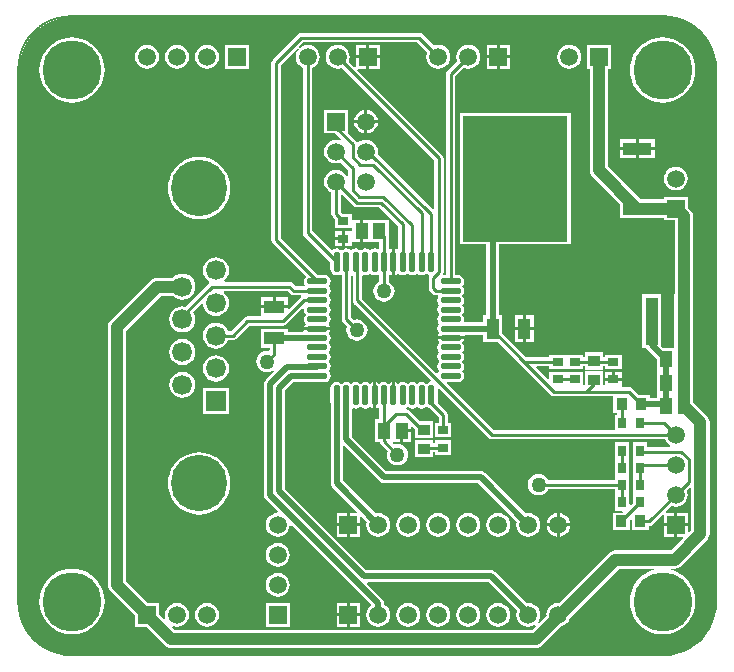
<source format=gtl>
%FSDAX24Y24*%
%MOIN*%
%SFA1B1*%

%IPPOS*%
%ADD10O,0.068900X0.021700*%
%ADD11O,0.021700X0.068900*%
%ADD12R,0.027600X0.035400*%
%ADD13R,0.035400X0.027600*%
%ADD14R,0.039400X0.037400*%
%ADD15R,0.037400X0.039400*%
%ADD16R,0.043300X0.055100*%
%ADD17R,0.094500X0.041300*%
%ADD18R,0.350400X0.419300*%
%ADD19R,0.066900X0.043300*%
%ADD20R,0.043300X0.066900*%
%ADD21C,0.020000*%
%ADD22C,0.010000*%
%ADD23C,0.040000*%
%ADD24R,0.059100X0.059100*%
%ADD25C,0.059100*%
%ADD26R,0.059100X0.059100*%
%ADD27C,0.066500*%
%ADD28R,0.066500X0.066500*%
%ADD29C,0.187400*%
%ADD30C,0.050000*%
%ADD31C,0.196900*%
%ADD35C,0.005000*%
%ADD57C,0.080000*%
%ADD58C,0.160000*%
%ADD59C,0.320000*%
%LNmetr4810_pcb_c_layout-1*%
%LPD*%
G54D35*
X019918Y019493D02*
X020148Y019447D01*
X020371Y019372*
X020581Y019268*
X020775Y019138*
X020952Y018984*
X021107Y018807*
X021237Y018612*
X021340Y018402*
X021416Y018180*
X021462Y017950*
X021477Y017721*
X021476Y017719*
X021475Y-000001*
X021476Y-000007*
X021462Y-000233*
X021416Y-000463*
X021340Y-000685*
X021237Y-000896*
X021107Y-001090*
X020952Y-001267*
X020775Y-001422*
X020581Y-001552*
X020371Y-001655*
X020148Y-001730*
X019918Y-001777*
X019692Y-001791*
X019686Y-001791*
X-000001*
X-000007Y-001791*
X-000233Y-001777*
X-000463Y-001730*
X-000685Y-001655*
X-000896Y-001552*
X-001090Y-001422*
X-001267Y-001267*
X-001422Y-001090*
X-001552Y-000896*
X-001655Y-000685*
X-001730Y-000463*
X-001777Y-000233*
X-001791Y-000007*
X-001791Y-000001*
Y017719*
X-001791Y017724*
X-001777Y017950*
X-001730Y018180*
X-001655Y018402*
X-001552Y018612*
X-001422Y018807*
X-001267Y018984*
X-001090Y019138*
X-000896Y019268*
X-000685Y019372*
X-000463Y019447*
X-000233Y019493*
X-000007Y019507*
X-000001Y019507*
X019686*
X019692Y019507*
X019918Y019493*
G54D22*
X019912Y019443D02*
X020135Y019399D01*
X020352Y019326*
X020556Y019225*
X020745Y019098*
X020916Y018948*
X021067Y018777*
X021193Y018587*
X021294Y018383*
X021368Y018167*
X021412Y017944*
X021426Y017725*
X021426Y017725*
X021425Y-000005*
X021426Y-000009*
X021412Y-000227*
X021368Y-000450*
X021294Y-000666*
X021193Y-000871*
X021067Y-001060*
X020916Y-001231*
X020745Y-001382*
X020556Y-001508*
X020352Y-001609*
X020135Y-001682*
X019912Y-001727*
X019694Y-001741*
X019690Y-001741*
X-000005*
X-000009Y-001741*
X-000227Y-001727*
X-000450Y-001682*
X-000666Y-001609*
X-000871Y-001508*
X-001060Y-001382*
X-001231Y-001231*
X-001382Y-001060*
X-001508Y-000871*
X-001609Y-000666*
X-001682Y-000450*
X-001727Y-000227*
X-001741Y-000009*
X-001741Y-000005*
Y017723*
X-001741Y017726*
X-001727Y017944*
X-001682Y018167*
X-001609Y018383*
X-001508Y018587*
X-001382Y018777*
X-001231Y018948*
X-001060Y019098*
X-000871Y019224*
X-000666Y019326*
X-000450Y019399*
X-000227Y019443*
X-000009Y019457*
X-000005Y019457*
X019690*
X019694Y019457*
X019912Y019443*
G54D21*
X019899Y019344D02*
X020109Y019302D01*
X020313Y019233*
X020505Y019138*
X020684Y019018*
X020846Y018877*
X020987Y018716*
X021107Y018537*
X021202Y018344*
X021271Y018141*
X021313Y017931*
X021326Y017724*
X021325Y-000012*
X021326Y-000013*
X021313Y-000214*
X021271Y-000424*
X021201Y-000627*
X021107Y-000821*
X020987Y-000999*
X020845Y-001160*
X020684Y-001302*
X020506Y-001422*
X020314Y-001516*
X020109Y-001585*
X019898Y-001628*
X019698Y-001641*
X019697Y-001641*
X-000012*
X-000013Y-001641*
X-000213Y-001628*
X-000424Y-001585*
X-000628Y-001516*
X-000821Y-001422*
X-000999Y-001302*
X-001160Y-001160*
X-001302Y-000999*
X-001422Y-000821*
X-001516Y-000628*
X-001585Y-000424*
X-001628Y-000213*
X-001641Y-000013*
X-001641Y-000012*
Y017731*
X-001641Y017731*
X-001628Y017930*
X-001585Y018141*
X-001516Y018345*
X-001422Y018537*
X-001302Y018716*
X-001161Y018877*
X-000999Y019018*
X-000821Y019138*
X-000627Y019233*
X-000424Y019302*
X-000214Y019344*
X-000013Y019357*
X-000012Y019357*
X019697*
X019698Y019357*
X019899Y019344*
G54D23*
X019873Y019145D02*
X020058Y019108D01*
X020237Y019048*
X020405Y018965*
X020562Y018859*
X020704Y018735*
X020828Y018594*
X020933Y018437*
X021016Y018267*
X021078Y018089*
X021114Y017905*
X021126Y017718*
X021125Y-000027*
X021125Y-000022*
X021114Y-000188*
X021078Y-000372*
X021016Y-000551*
X020933Y-000721*
X020828Y-000877*
X020704Y-001019*
X020562Y-001144*
X020405Y-001248*
X020237Y-001331*
X020057Y-001392*
X019872Y-001429*
X019705Y-001440*
X019710Y-001441*
X-000025*
X-000020Y-001440*
X-000187Y-001429*
X-000372Y-001392*
X-000551Y-001331*
X-000721Y-001248*
X-000877Y-001143*
X-001019Y-001019*
X-001143Y-000877*
X-001248Y-000721*
X-001331Y-000551*
X-001392Y-000372*
X-001429Y-000187*
X-001440Y-000020*
X-001441Y-000025*
Y017725*
X-001429Y017904*
X-001392Y018089*
X-001331Y018268*
X-001248Y018437*
X-001143Y018594*
X-001019Y018735*
X-000877Y018859*
X-000720Y018964*
X-000551Y019048*
X-000373Y019108*
X-000188Y019145*
X-000020Y019156*
X-000025Y019157*
X019710*
X019705Y019156*
X019873Y019145*
G54D57*
X019821Y018747D02*
X019955Y018721D01*
X020083Y018678*
X020204Y018618*
X020318Y018541*
X020421Y018451*
X020510Y018350*
X020586Y018237*
X020646Y018113*
X020690Y017985*
X020716Y017853*
X020726Y017705*
X020726Y005314*
X020967Y003709*
X020716Y-000136*
X020690Y-000268*
X020646Y-000397*
X020586Y-000520*
X020511Y-000632*
X020420Y-000735*
X020317Y-000826*
X020205Y-000901*
X020084Y-000960*
X019954Y-001004*
X019819Y-001032*
X015695Y-001301*
X013775Y-001041*
X005909*
X003989Y-001301*
X-000134Y-001032*
X-000268Y-001004*
X-000399Y-000960*
X-000520Y-000901*
X-000632Y-000826*
X-000735Y-000735*
X-000826Y-000632*
X-000901Y-000520*
X-000960Y-000399*
X-001004Y-000268*
X-001032Y-000134*
X-001301Y003989*
X-001041Y005909*
Y017712*
X-001031Y017851*
X-001004Y017985*
X-000961Y018115*
X-000901Y018237*
X-000825Y018350*
X-000736Y018451*
X-000633Y018541*
X-000519Y018617*
X-000397Y018678*
X-000270Y018721*
X-000136Y018747*
X003955Y019014*
X005838Y018757*
X013846*
X015727Y019014*
X019821Y018747*
G54D58*
X019717Y017952D02*
X019749Y017946D01*
X019776Y017937*
X019801Y017925*
X019831Y017905*
X019855Y017883*
X019874Y017862*
X019891Y017836*
X019906Y017806*
X019916Y017777*
X019921Y017749*
X019926Y017679*
X019926Y005254*
X020163Y003675*
X019921Y-000032*
X019916Y-000060*
X019906Y-000090*
X019891Y-000120*
X019875Y-000144*
X019853Y-000168*
X019829Y-000190*
X019803Y-000207*
X019779Y-000219*
X019746Y-000230*
X019714Y-000237*
X015723Y-000497*
X013829Y-000240*
X005855Y-000241*
X003961Y-000497*
X-000029Y-000237*
X-000060Y-000230*
X-000093Y-000219*
X-000120Y-000206*
X-000144Y-000190*
X-000168Y-000168*
X-000190Y-000144*
X-000206Y-000120*
X-000219Y-000093*
X-000230Y-000060*
X-000237Y-000029*
X-000497Y003961*
X-000240Y005855*
X-000241Y017687*
X-000237Y017746*
X-000230Y017777*
X-000220Y017809*
X-000206Y017836*
X-000189Y017862*
X-000170Y017884*
X-000146Y017905*
X-000117Y017924*
X-000090Y017937*
X-000063Y017946*
X-000032Y017952*
X003927Y018211*
X005783Y017957*
X013901*
X015756Y018211*
X019717Y017952*
G54D59*
X019509Y016363D02*
X019337Y016397D01*
X019162Y016456*
X018996Y016538*
X018856Y016632*
X018723Y016748*
X018601Y016887*
X018502Y017035*
X018426Y017190*
X018367Y017361*
X018332Y017542*
X018326Y017627*
X018326Y005134*
X018556Y003607*
X018332Y000175*
X018367Y000355*
X018425Y000523*
X018502Y000680*
X018604Y000832*
X018720Y000964*
X018852Y001080*
X019001Y001180*
X019167Y001262*
X019331Y001317*
X019503Y001352*
X015779Y001109*
X013936Y001359*
X005748Y001358*
X003905Y001109*
X000181Y001352*
X000355Y001317*
X000517Y001262*
X000681Y001182*
X000832Y001080*
X000964Y000964*
X001080Y000832*
X001182Y000681*
X001262Y000517*
X001317Y000355*
X001352Y000181*
X001109Y003905*
X001359Y005748*
X001359Y017635*
X001352Y017535*
X001317Y017361*
X001261Y017196*
X001182Y017035*
X001083Y016887*
X000961Y016748*
X000828Y016632*
X000685Y016536*
X000523Y016456*
X000349Y016397*
X000175Y016363*
X003870Y016604*
X005674Y016357*
X014010*
X015813Y016604*
X019509Y016363*
X001840Y001830D02*
X017830D01*
X001840Y005030D02*
X017830D01*
X001840Y008230D02*
X017830D01*
X001840Y011430D02*
X017830D01*
X001840Y014630D02*
X017830D01*
%LNmetr4810_pcb_c_layout-2*%
%LPC*%
G36*
X009165Y002950D02*
X008820D01*
Y002605*
X009165*
Y002950*
G37*
G36*
X016607Y002505D02*
X016265D01*
Y002163*
X016319Y002170*
X016415Y002210*
X016497Y002273*
X016561Y002356*
X016600Y002452*
X016607Y002505*
G37*
G36*
X016265Y002947D02*
Y002605D01*
X016607*
X016600Y002658*
X016561Y002754*
X016497Y002837*
X016415Y002900*
X016319Y002940*
X016265Y002947*
G37*
G36*
X016165D02*
X016112Y002940D01*
X016016Y002900*
X015933Y002837*
X015870Y002754*
X015830Y002658*
X015823Y002605*
X016165*
Y002947*
G37*
G36*
X009611Y002505D02*
X009265D01*
Y002160*
X009611*
Y002505*
G37*
G36*
X009165D02*
X008820D01*
Y002160*
X009165*
Y002505*
G37*
G36*
X016165D02*
X015823D01*
X015830Y002452*
X015870Y002356*
X015933Y002273*
X016016Y002210*
X016112Y002170*
X016165Y002163*
Y002505*
G37*
G36*
X020080D02*
X019735D01*
Y002160*
X020080*
Y002505*
G37*
G36*
X020525Y002950D02*
X020180D01*
Y002605*
X020525*
Y002950*
G37*
G36*
X009770Y007324D02*
X009689Y007308D01*
X009620Y007262*
X009605*
X009536Y007308*
X009455Y007324*
X009374Y007308*
X009305Y007262*
X009290*
X009221Y007308*
X009140Y007324*
X009059Y007308*
X008990Y007262*
X008975*
X008906Y007308*
X008825Y007324*
X008744Y007308*
X008675Y007262*
X008629Y007193*
X008613Y007112*
Y006639*
X008621Y006597*
Y003945*
X008637Y003867*
X008681Y003801*
X009486Y002997*
X009466Y002950*
X009265*
Y002605*
X009611*
Y002806*
X009657Y002825*
X009830Y002653*
X009817Y002555*
X009830Y002452*
X009870Y002356*
X009933Y002273*
X010016Y002210*
X010112Y002170*
X010215Y002156*
X010319Y002170*
X010415Y002210*
X010497Y002273*
X010561Y002356*
X010600Y002452*
X010614Y002555*
X010600Y002658*
X010561Y002754*
X010497Y002837*
X010415Y002900*
X010319Y002940*
X010215Y002954*
X010118Y002941*
X009029Y004030*
Y005167*
X009075Y005186*
X010256Y004006*
X010322Y003962*
X010400Y003946*
X013536*
X014830Y002653*
X014817Y002555*
X014830Y002452*
X014870Y002356*
X014933Y002273*
X015016Y002210*
X015112Y002170*
X015215Y002156*
X015319Y002170*
X015415Y002210*
X015497Y002273*
X015561Y002356*
X015600Y002452*
X015614Y002555*
X015600Y002658*
X015561Y002754*
X015497Y002837*
X015415Y002900*
X015319Y002940*
X015215Y002954*
X015118Y002941*
X013765Y004294*
X013699Y004338*
X013620Y004354*
X010484*
X009344Y005494*
Y006408*
X009394Y006439*
X009455Y006427*
X009536Y006443*
X009605Y006489*
X009620*
X009689Y006443*
X009770Y006427*
X009851Y006443*
X009920Y006489*
X009935*
X010004Y006443*
X010035Y006437*
Y006876*
Y007314*
X010004Y007308*
X009935Y007262*
X009920*
X009851Y007308*
X009770Y007324*
G37*
G36*
X003681Y007659D02*
X003568Y007644D01*
X003463Y007600*
X003372Y007531*
X003303Y007441*
X003259Y007335*
X003244Y007222*
X003259Y007109*
X003303Y007004*
X003372Y006914*
X003463Y006844*
X003568Y006801*
X003681Y006786*
X003794Y006801*
X003899Y006844*
X003989Y006914*
X004059Y007004*
X004102Y007109*
X004117Y007222*
X004102Y007335*
X004059Y007441*
X003989Y007531*
X003899Y007600*
X003794Y007644*
X003681Y007659*
G37*
G36*
X017991Y007643D02*
X017764D01*
Y007455*
X017991*
Y007643*
G37*
G36*
X004799Y008204D02*
X004686Y008189D01*
X004581Y008146*
X004490Y008076*
X004421Y007986*
X004377Y007881*
X004363Y007768*
X004377Y007655*
X004421Y007550*
X004490Y007459*
X004581Y007390*
X004686Y007346*
X004799Y007331*
X004912Y007346*
X005017Y007390*
X005108Y007459*
X005177Y007550*
X005220Y007655*
X005235Y007768*
X005220Y007881*
X005177Y007986*
X005108Y008076*
X005017Y008146*
X004912Y008189*
X004799Y008204*
G37*
G36*
X012028Y005380D02*
X011435D01*
Y004806*
X012028*
Y004980*
X012096*
Y004895*
X012650*
Y005370*
X012096*
Y005286*
X012028*
Y005380*
G37*
G36*
X004240Y004979D02*
X004077Y004966D01*
X003918Y004928*
X003768Y004866*
X003628Y004781*
X003504Y004675*
X003398Y004550*
X003313Y004411*
X003251Y004260*
X003212Y004102*
X003200Y003939*
X003212Y003776*
X003251Y003618*
X003313Y003467*
X003398Y003328*
X003504Y003203*
X003628Y003097*
X003768Y003012*
X003918Y002950*
X004077Y002912*
X004240Y002899*
X004403Y002912*
X004561Y002950*
X004712Y003012*
X004851Y003097*
X004975Y003203*
X005081Y003328*
X005167Y003467*
X005229Y003618*
X005267Y003776*
X005280Y003939*
X005267Y004102*
X005229Y004260*
X005167Y004411*
X005081Y004550*
X004975Y004675*
X004851Y004781*
X004712Y004866*
X004561Y004928*
X004403Y004966*
X004240Y004979*
G37*
G36*
X005232Y007110D02*
X004366D01*
Y006244*
X005232*
Y007110*
G37*
G36*
X011312Y005650D02*
X011045D01*
Y005324*
X011312*
Y005650*
G37*
G36*
X014215Y-000046D02*
X014112Y-000060D01*
X014016Y-000100*
X013933Y-000163*
X013870Y-000246*
X013830Y-000342*
X013817Y-000445*
X013830Y-000548*
X013870Y-000644*
X013933Y-000727*
X014016Y-000790*
X014112Y-000830*
X014215Y-000844*
X014319Y-000830*
X014415Y-000790*
X014497Y-000727*
X014561Y-000644*
X014600Y-000548*
X014614Y-000445*
X014600Y-000342*
X014561Y-000246*
X014497Y-000163*
X014415Y-000100*
X014319Y-000060*
X014215Y-000046*
G37*
G36*
X013215D02*
X013112Y-000060D01*
X013016Y-000100*
X012933Y-000163*
X012870Y-000246*
X012830Y-000342*
X012817Y-000445*
X012830Y-000548*
X012870Y-000644*
X012933Y-000727*
X013016Y-000790*
X013112Y-000830*
X013215Y-000844*
X013319Y-000830*
X013415Y-000790*
X013497Y-000727*
X013561Y-000644*
X013600Y-000548*
X013614Y-000445*
X013600Y-000342*
X013561Y-000246*
X013497Y-000163*
X013415Y-000100*
X013319Y-000060*
X013215Y-000046*
G37*
G36*
X009165Y-000495D02*
X008820D01*
Y-000840*
X009165*
Y-000495*
G37*
G36*
X007253Y-000050D02*
X006462D01*
Y-000840*
X007253*
Y-000050*
G37*
G36*
X004500Y-000046D02*
X004397Y-000060D01*
X004301Y-000100*
X004218Y-000163*
X004155Y-000246*
X004115Y-000342*
X004101Y-000445*
X004115Y-000548*
X004155Y-000644*
X004218Y-000727*
X004301Y-000790*
X004397Y-000830*
X004500Y-000844*
X004603Y-000830*
X004699Y-000790*
X004782Y-000727*
X004845Y-000644*
X004885Y-000548*
X004899Y-000445*
X004885Y-000342*
X004845Y-000246*
X004782Y-000163*
X004699Y-000100*
X004603Y-000060*
X004500Y-000046*
G37*
G36*
X000000Y001088D02*
X-000170Y001074D01*
X-000336Y001034*
X-000494Y000969*
X-000639Y000880*
X-000769Y000769*
X-000880Y000639*
X-000969Y000494*
X-001034Y000336*
X-001074Y000170*
X-001088Y000000*
X-001074Y-000170*
X-001034Y-000336*
X-000969Y-000494*
X-000880Y-000639*
X-000769Y-000769*
X-000639Y-000880*
X-000494Y-000969*
X-000336Y-001034*
X-000170Y-001074*
X000000Y-001088*
X000170Y-001074*
X000336Y-001034*
X000494Y-000969*
X000639Y-000880*
X000769Y-000769*
X000880Y-000639*
X000969Y-000494*
X001034Y-000336*
X001074Y-000170*
X001088Y000000*
X001074Y000170*
X001034Y000336*
X000969Y000494*
X000880Y000639*
X000769Y000769*
X000639Y000880*
X000494Y000969*
X000336Y001034*
X000170Y001074*
X000000Y001088*
G37*
G36*
X012215Y-000046D02*
X012112Y-000060D01*
X012016Y-000100*
X011933Y-000163*
X011870Y-000246*
X011830Y-000342*
X011817Y-000445*
X011830Y-000548*
X011870Y-000644*
X011933Y-000727*
X012016Y-000790*
X012112Y-000830*
X012215Y-000844*
X012319Y-000830*
X012415Y-000790*
X012497Y-000727*
X012561Y-000644*
X012600Y-000548*
X012614Y-000445*
X012600Y-000342*
X012561Y-000246*
X012497Y-000163*
X012415Y-000100*
X012319Y-000060*
X012215Y-000046*
G37*
G36*
X011215D02*
X011112Y-000060D01*
X011016Y-000100*
X010933Y-000163*
X010870Y-000246*
X010830Y-000342*
X010817Y-000445*
X010830Y-000548*
X010870Y-000644*
X010933Y-000727*
X011016Y-000790*
X011112Y-000830*
X011215Y-000844*
X011319Y-000830*
X011415Y-000790*
X011497Y-000727*
X011561Y-000644*
X011600Y-000548*
X011614Y-000445*
X011600Y-000342*
X011561Y-000246*
X011497Y-000163*
X011415Y-000100*
X011319Y-000060*
X011215Y-000046*
G37*
G36*
X009611Y-000495D02*
X009265D01*
Y-000840*
X009611*
Y-000495*
G37*
G36*
X012215Y002954D02*
X012112Y002940D01*
X012016Y002900*
X011933Y002837*
X011870Y002754*
X011830Y002658*
X011817Y002555*
X011830Y002452*
X011870Y002356*
X011933Y002273*
X012016Y002210*
X012112Y002170*
X012215Y002156*
X012319Y002170*
X012415Y002210*
X012497Y002273*
X012561Y002356*
X012600Y002452*
X012614Y002555*
X012600Y002658*
X012561Y002754*
X012497Y002837*
X012415Y002900*
X012319Y002940*
X012215Y002954*
G37*
G36*
X011215D02*
X011112Y002940D01*
X011016Y002900*
X010933Y002837*
X010870Y002754*
X010830Y002658*
X010817Y002555*
X010830Y002452*
X010870Y002356*
X010933Y002273*
X011016Y002210*
X011112Y002170*
X011215Y002156*
X011319Y002170*
X011415Y002210*
X011497Y002273*
X011561Y002356*
X011600Y002452*
X011614Y002555*
X011600Y002658*
X011561Y002754*
X011497Y002837*
X011415Y002900*
X011319Y002940*
X011215Y002954*
G37*
G36*
X014215D02*
X014112Y002940D01*
X014016Y002900*
X013933Y002837*
X013870Y002754*
X013830Y002658*
X013817Y002555*
X013830Y002452*
X013870Y002356*
X013933Y002273*
X014016Y002210*
X014112Y002170*
X014215Y002156*
X014319Y002170*
X014415Y002210*
X014497Y002273*
X014561Y002356*
X014600Y002452*
X014614Y002555*
X014600Y002658*
X014561Y002754*
X014497Y002837*
X014415Y002900*
X014319Y002940*
X014215Y002954*
G37*
G36*
X013215D02*
X013112Y002940D01*
X013016Y002900*
X012933Y002837*
X012870Y002754*
X012830Y002658*
X012817Y002555*
X012830Y002452*
X012870Y002356*
X012933Y002273*
X013016Y002210*
X013112Y002170*
X013215Y002156*
X013319Y002170*
X013415Y002210*
X013497Y002273*
X013561Y002356*
X013600Y002452*
X013614Y002555*
X013600Y002658*
X013561Y002754*
X013497Y002837*
X013415Y002900*
X013319Y002940*
X013215Y002954*
G37*
G36*
X009611Y-000050D02*
X009265D01*
Y-000395*
X009611*
Y-000050*
G37*
G36*
X009165D02*
X008820D01*
Y-000395*
X009165*
Y-000050*
G37*
G36*
X006858Y001954D02*
X006754Y001940D01*
X006658Y001900*
X006576Y001837*
X006512Y001754*
X006473Y001658*
X006459Y001555*
X006473Y001452*
X006512Y001356*
X006576Y001273*
X006658Y001210*
X006754Y001170*
X006858Y001156*
X006961Y001170*
X007057Y001210*
X007140Y001273*
X007203Y001356*
X007243Y001452*
X007256Y001555*
X007243Y001658*
X007203Y001754*
X007140Y001837*
X007057Y001900*
X006961Y001940*
X006858Y001954*
G37*
G36*
Y000954D02*
X006754Y000940D01*
X006658Y000900*
X006576Y000837*
X006512Y000754*
X006473Y000658*
X006459Y000555*
X006473Y000452*
X006512Y000356*
X006576Y000273*
X006658Y000210*
X006754Y000170*
X006858Y000156*
X006961Y000170*
X007057Y000210*
X007140Y000273*
X007203Y000356*
X007243Y000452*
X007256Y000555*
X007243Y000658*
X007203Y000754*
X007140Y000837*
X007057Y000900*
X006961Y000940*
X006858Y000954*
G37*
G36*
X018319Y007643D02*
X018091D01*
Y007455*
X018319*
Y007643*
G37*
G36*
X003500Y018560D02*
X003397Y018547D01*
X003301Y018507*
X003218Y018443*
X003155Y018361*
X003115Y018265*
X003101Y018161*
X003115Y018058*
X003155Y017962*
X003218Y017880*
X003301Y017816*
X003397Y017776*
X003500Y017763*
X003603Y017776*
X003699Y017816*
X003782Y017880*
X003845Y017962*
X003885Y018058*
X003899Y018161*
X003885Y018265*
X003845Y018361*
X003782Y018443*
X003699Y018507*
X003603Y018547*
X003500Y018560*
G37*
G36*
X002500D02*
X002397Y018547D01*
X002301Y018507*
X002218Y018443*
X002155Y018361*
X002115Y018265*
X002101Y018161*
X002115Y018058*
X002155Y017962*
X002218Y017880*
X002301Y017816*
X002397Y017776*
X002500Y017763*
X002603Y017776*
X002699Y017816*
X002782Y017880*
X002845Y017962*
X002885Y018058*
X002899Y018161*
X002885Y018265*
X002845Y018361*
X002782Y018443*
X002699Y018507*
X002603Y018547*
X002500Y018560*
G37*
G36*
X011577Y018953D02*
X007650D01*
X007591Y018941*
X007542Y018908*
X006692Y018058*
X006659Y018009*
X006647Y017950*
Y012050*
X006659Y011992*
X006692Y011942*
X007791Y010843*
X007789Y010825*
X007743Y010756*
X007727Y010675*
X007743Y010594*
X007764Y010563*
X007737Y010513*
X007454*
X007358Y010608*
X007309Y010641*
X007250Y010653*
X005088*
X005071Y010703*
X005108Y010731*
X005177Y010821*
X005220Y010926*
X005235Y011039*
X005220Y011152*
X005177Y011258*
X005108Y011348*
X005017Y011417*
X004912Y011461*
X004799Y011476*
X004686Y011461*
X004581Y011417*
X004490Y011348*
X004421Y011258*
X004377Y011152*
X004363Y011039*
X004377Y010926*
X004421Y010821*
X004490Y010731*
X004566Y010673*
X004570Y010626*
X004567Y010613*
X004559Y010608*
X003778Y009827*
X003681Y009840*
X003568Y009825*
X003463Y009781*
X003372Y009712*
X003303Y009622*
X003259Y009516*
X003244Y009404*
X003259Y009291*
X003303Y009185*
X003372Y009095*
X003463Y009026*
X003568Y008982*
X003681Y008967*
X003794Y008982*
X003899Y009026*
X003989Y009095*
X004059Y009185*
X004102Y009291*
X004117Y009404*
X004102Y009516*
X004059Y009622*
X004036Y009652*
X004314Y009931*
X004367Y009913*
X004377Y009836*
X004421Y009731*
X004490Y009640*
X004581Y009571*
X004686Y009527*
X004799Y009512*
X004912Y009527*
X005017Y009571*
X005108Y009640*
X005177Y009731*
X005220Y009836*
X005235Y009949*
X005220Y010062*
X005177Y010167*
X005108Y010257*
X005056Y010297*
X005073Y010347*
X007187*
X007282Y010252*
X007332Y010219*
X007390Y010207*
X007627*
X007643Y010157*
X007637Y010153*
X007231Y009747*
X007185Y009766*
Y009782*
X006750*
X006315*
Y009515*
X006270Y009503*
X005850*
X005791Y009491*
X005742Y009458*
X005295Y009011*
X005204*
X005177Y009076*
X005108Y009167*
X005017Y009236*
X004912Y009280*
X004799Y009295*
X004686Y009280*
X004581Y009236*
X004490Y009167*
X004421Y009076*
X004377Y008971*
X004363Y008858*
X004377Y008745*
X004421Y008640*
X004490Y008550*
X004581Y008480*
X004686Y008437*
X004799Y008422*
X004912Y008437*
X005017Y008480*
X005108Y008550*
X005177Y008640*
X005204Y008705*
X005358*
X005417Y008717*
X005466Y008750*
X005913Y009197*
X007050*
X007109Y009209*
X007158Y009242*
X007683Y009767*
X007730Y009743*
X007727Y009730*
X007743Y009649*
X007789Y009580*
Y009565*
X007743Y009496*
X007727Y009415*
X007743Y009334*
X007768Y009296*
X007786Y009257*
X007768Y009219*
X007743Y009181*
X007737Y009150*
X008176*
X008614*
X008608Y009181*
X008583Y009219*
X008565Y009257*
X008583Y009296*
X008608Y009334*
X008624Y009415*
X008608Y009496*
X008562Y009565*
Y009580*
X008608Y009649*
X008624Y009730*
X008608Y009811*
X008583Y009849*
X008565Y009887*
X008583Y009926*
X008608Y009964*
X008624Y010045*
X008608Y010126*
X008562Y010195*
Y010210*
X008608Y010279*
X008624Y010360*
X008608Y010441*
X008562Y010510*
Y010525*
X008608Y010594*
X008624Y010675*
X008608Y010756*
X008562Y010825*
X008493Y010871*
X008412Y010887*
X008180*
X006953Y012114*
Y017887*
X007523Y018457*
X007559Y018425*
X007560Y018424*
X007532Y018386*
X007512Y018361*
X007473Y018265*
X007459Y018161*
X007473Y018058*
X007512Y017962*
X007576Y017880*
X007658Y017816*
X007705Y017797*
Y012292*
X007716Y012233*
X007750Y012184*
X008613Y011320*
Y011088*
X008629Y011007*
X008675Y010938*
X008744Y010892*
X008825Y010876*
X008906Y010892*
X008937Y010913*
X008987Y010886*
Y009410*
X008999Y009351*
X009032Y009302*
X009169Y009165*
X009159Y009141*
X009147Y009050*
X009159Y008959*
X009194Y008873*
X009250Y008800*
X009323Y008744*
X009409Y008709*
X009500Y008697*
X009591Y008709*
X009677Y008744*
X009750Y008800*
X009806Y008873*
X009841Y008959*
X009853Y009050*
X009841Y009141*
X009806Y009227*
X009750Y009300*
X009677Y009356*
X009591Y009391*
X009500Y009403*
X009409Y009391*
X009385Y009381*
X009293Y009473*
Y010845*
X009343Y010874*
X009359Y010864*
Y010036*
X009371Y009978*
X009404Y009928*
X011960Y007372*
X011943Y007318*
X011894Y007308*
X011825Y007262*
X011810*
X011741Y007308*
X011660Y007324*
X011579Y007308*
X011510Y007262*
X011495*
X011426Y007308*
X011345Y007324*
X011264Y007308*
X011226Y007283*
X011187Y007265*
X011149Y007283*
X011111Y007308*
X011030Y007324*
X010949Y007308*
X010880Y007262*
X010865*
X010796Y007308*
X010765Y007314*
Y006876*
X010665*
Y007314*
X010634Y007308*
X010565Y007262*
X010550*
X010481Y007308*
X010400Y007324*
X010319Y007308*
X010250Y007262*
X010235*
X010166Y007308*
X010135Y007314*
Y006876*
Y006437*
X010166Y006443*
X010197Y006464*
X010247Y006437*
Y006076*
X010088*
Y005324*
X010256*
X010263Y005287*
X010297Y005237*
X010519Y005015*
X010509Y004991*
X010497Y004900*
X010509Y004809*
X010544Y004723*
X010600Y004650*
X010673Y004594*
X010759Y004559*
X010850Y004547*
X010941Y004559*
X011027Y004594*
X011100Y004650*
X011156Y004723*
X011191Y004809*
X011203Y004900*
X011191Y004991*
X011156Y005077*
X011100Y005150*
X011027Y005206*
X010941Y005241*
X010850Y005253*
X010759Y005241*
X010735Y005231*
X010688Y005278*
X010707Y005324*
X010945*
Y005700*
X010995*
Y005750*
X011312*
Y005806*
X011358Y005825*
X011435Y005749*
Y005436*
X012028*
Y006010*
X011606*
X011258Y006358*
X011208Y006391*
X011150Y006403*
X011141*
X011125Y006453*
X011180Y006489*
X011195*
X011264Y006443*
X011345Y006427*
X011426Y006443*
X011495Y006489*
X011510*
X011579Y006443*
X011660Y006427*
X011741Y006443*
X011810Y006489*
X011825*
X011894Y006443*
X011952Y006432*
X012220Y006164*
Y005961*
X012096*
Y005485*
X012650*
Y005961*
X012526*
Y006227*
X012514Y006286*
X012481Y006335*
X012185Y006631*
X012187Y006639*
Y007074*
X012237Y007095*
X013885Y005447*
X013935Y005414*
X013993Y005402*
X019765*
X019785Y005356*
X019848Y005273*
X019931Y005210*
X019946Y005203*
X019936Y005153*
X019163*
Y005304*
X018688*
Y004749*
Y004731*
Y004177*
Y004159*
Y003604*
Y003586*
Y003287*
X018619Y003219*
X018573Y003238*
Y003586*
Y003604*
Y004127*
Y004177*
Y004209*
Y004731*
Y004749*
Y005304*
X018097*
Y004749*
Y004731*
Y004209*
Y004159*
Y004127*
Y004053*
X015867*
X015858Y004077*
X015801Y004150*
X015728Y004206*
X015643Y004241*
X015552Y004253*
X015460Y004241*
X015375Y004206*
X015302Y004150*
X015246Y004077*
X015211Y003991*
X015199Y003900*
X015211Y003809*
X015246Y003723*
X015302Y003650*
X015375Y003594*
X015460Y003559*
X015552Y003547*
X015643Y003559*
X015728Y003594*
X015801Y003650*
X015858Y003723*
X015867Y003747*
X018097*
Y003604*
Y003586*
Y003032*
X018330*
X018355Y002982*
X018342Y002964*
X018028*
Y002371*
X018602*
Y002729*
X018608Y002733*
X018658Y002706*
Y002371*
X019232*
Y002515*
X019242*
X019301Y002526*
X019350Y002559*
X019688Y002897*
X019735Y002878*
Y002605*
X020080*
Y002950*
X019807*
X019788Y002997*
X019980Y003189*
X020027Y003170*
X020130Y003156*
X020233Y003170*
X020329Y003210*
X020412Y003273*
X020475Y003356*
X020515Y003452*
X020529Y003555*
X020515Y003658*
X020496Y003705*
X020601Y003810*
X020647Y003791*
Y002375*
X020571Y002299*
X020525Y002318*
Y002505*
X020180*
Y002160*
X020367*
X020386Y002114*
X019975Y001703*
X018110*
X018032Y001692*
X017959Y001662*
X017896Y001614*
X016234Y-000049*
X016215Y-000046*
X016112Y-000060*
X016016Y-000100*
X015933Y-000163*
X015870Y-000246*
X015830Y-000342*
X015817Y-000445*
X015819Y-000463*
X015576Y-000706*
X015538Y-000673*
X015561Y-000644*
X015600Y-000548*
X015614Y-000445*
X015600Y-000342*
X015561Y-000246*
X015497Y-000163*
X015415Y-000100*
X015319Y-000060*
X015215Y-000046*
X015162Y-000053*
X014115Y000994*
X014049Y001038*
X013970Y001054*
X009809*
X007104Y003759*
Y007041*
X007384Y007321*
X007897*
X007939Y007313*
X008412*
X008493Y007329*
X008562Y007375*
X008608Y007444*
X008624Y007525*
X008608Y007606*
X008562Y007675*
Y007690*
X008608Y007759*
X008624Y007840*
X008608Y007921*
X008562Y007990*
Y008005*
X008608Y008074*
X008624Y008155*
X008608Y008236*
X008583Y008274*
X008565Y008313*
X008583Y008351*
X008608Y008389*
X008624Y008470*
X008608Y008551*
X008562Y008620*
Y008635*
X008608Y008704*
X008624Y008785*
X008608Y008866*
X008562Y008935*
Y008950*
X008608Y009019*
X008614Y009050*
X008176*
X007737*
X007739Y009039*
X007708Y008989*
X007185*
Y009085*
X006315*
Y008452*
X006597*
Y008391*
X006547Y008347*
X006500Y008353*
X006409Y008341*
X006323Y008306*
X006250Y008250*
X006194Y008177*
X006159Y008091*
X006147Y008000*
X006159Y007909*
X006194Y007823*
X006250Y007750*
X006323Y007694*
X006409Y007659*
X006500Y007647*
X006591Y007659*
X006677Y007694*
X006714Y007723*
X006747Y007685*
X006456Y007394*
X006412Y007328*
X006396Y007250*
Y003550*
X006412Y003472*
X006456Y003406*
X006861Y003001*
X006839Y002951*
X006754Y002940*
X006658Y002900*
X006576Y002837*
X006512Y002754*
X006473Y002658*
X006459Y002555*
X006473Y002452*
X006512Y002356*
X006576Y002273*
X006658Y002210*
X006754Y002170*
X006858Y002156*
X006961Y002170*
X007057Y002210*
X007140Y002273*
X007203Y002356*
X007243Y002452*
X007254Y002537*
X007303Y002558*
X009958Y-000097*
X009955Y-000146*
X009933Y-000163*
X009870Y-000246*
X009830Y-000342*
X009817Y-000445*
X009830Y-000548*
X009870Y-000644*
X009933Y-000727*
X010016Y-000790*
X010112Y-000830*
X010215Y-000844*
X010319Y-000830*
X010415Y-000790*
X010497Y-000727*
X010561Y-000644*
X010600Y-000548*
X010614Y-000445*
X010600Y-000342*
X010561Y-000246*
X010497Y-000163*
X010415Y-000100*
X010404Y-000095*
Y-000050*
X010388Y000028*
X010344Y000094*
X009839Y000600*
X009858Y000646*
X013886*
X014843Y-000311*
X014830Y-000342*
X014817Y-000445*
X014830Y-000548*
X014870Y-000644*
X014933Y-000727*
X015016Y-000790*
X015112Y-000830*
X015215Y-000844*
X015319Y-000830*
X015415Y-000790*
X015444Y-000768*
X015477Y-000806*
X015335Y-000947*
X003430*
X003346Y-000863*
X003374Y-000821*
X003397Y-000830*
X003500Y-000844*
X003603Y-000830*
X003699Y-000790*
X003782Y-000727*
X003845Y-000644*
X003885Y-000548*
X003899Y-000445*
X003885Y-000342*
X003845Y-000246*
X003782Y-000163*
X003699Y-000100*
X003603Y-000060*
X003500Y-000046*
X003397Y-000060*
X003301Y-000100*
X003218Y-000163*
X003155Y-000246*
X003115Y-000342*
X003101Y-000445*
X003115Y-000548*
X003124Y-000570*
X003082Y-000599*
X002895Y-000412*
Y-000050*
X002533*
X001803Y000680*
Y009025*
X002969Y010192*
X003368*
X003372Y010186*
X003463Y010116*
X003568Y010073*
X003681Y010058*
X003794Y010073*
X003899Y010116*
X003989Y010186*
X004059Y010276*
X004102Y010381*
X004117Y010494*
X004102Y010607*
X004059Y010712*
X003989Y010803*
X003899Y010872*
X003794Y010916*
X003681Y010931*
X003568Y010916*
X003463Y010872*
X003372Y010803*
X003368Y010797*
X002844*
X002766Y010786*
X002693Y010756*
X002630Y010708*
X001286Y009364*
X001238Y009301*
X001208Y009228*
X001197Y009150*
Y000555*
X001208Y000477*
X001238Y000404*
X001286Y000341*
X002105Y-000478*
Y-000840*
X002467*
X003091Y-001464*
X003154Y-001512*
X003227Y-001542*
X003305Y-001553*
X015460*
X015539Y-001542*
X015612Y-001512*
X015674Y-001464*
X016307Y-000832*
X016319Y-000830*
X016415Y-000790*
X016497Y-000727*
X016561Y-000644*
X016600Y-000548*
X016602Y-000536*
X018236Y001097*
X019397*
X019403Y001047*
X019349Y001034*
X019191Y000969*
X019046Y000880*
X018916Y000769*
X018805Y000639*
X018716Y000494*
X018651Y000336*
X018611Y000170*
X018597Y000000*
X018611Y-000170*
X018651Y-000336*
X018716Y-000494*
X018805Y-000639*
X018916Y-000769*
X019046Y-000880*
X019191Y-000969*
X019349Y-001034*
X019515Y-001074*
X019685Y-001088*
X019855Y-001074*
X020021Y-001034*
X020179Y-000969*
X020324Y-000880*
X020454Y-000769*
X020565Y-000639*
X020654Y-000494*
X020719Y-000336*
X020759Y-000170*
X020773Y000000*
X020759Y000170*
X020719Y000336*
X020654Y000494*
X020565Y000639*
X020454Y000769*
X020324Y000880*
X020179Y000969*
X020021Y001034*
X019967Y001047*
X019973Y001097*
X020100*
X020178Y001108*
X020251Y001138*
X020314Y001186*
X021164Y002036*
X021212Y002099*
X021242Y002172*
X021253Y002250*
Y005973*
X021242Y006051*
X021212Y006124*
X021164Y006187*
X020710Y006641*
Y006905*
Y006923*
Y007674*
Y007692*
Y008444*
Y008462*
Y009331*
Y009365*
Y010235*
X020696*
Y012836*
X020686Y012915*
X020656Y012988*
X020608Y013050*
X020525Y013133*
Y013495*
X019735*
Y013403*
X019422*
Y013407*
X018971*
X017876Y014502*
Y017766*
X017968*
Y018557*
X017178*
Y017766*
X017270*
Y014377*
X017281Y014299*
X017311Y014226*
X017359Y014163*
X018278Y013245*
Y012793*
X019422*
Y012797*
X019735*
Y012705*
X020091*
Y010235*
X020077*
Y009365*
Y009331*
Y008462*
X020035Y008444*
X019716*
X019647Y008512*
Y009331*
Y009365*
Y010235*
X019014*
Y009365*
Y009331*
Y008462*
X019143*
X019187Y008396*
X019487Y008096*
Y007692*
Y007674*
Y006923*
Y006905*
Y006795*
X019252*
Y006888*
X018884*
X018665Y007108*
X018615Y007141*
X018556Y007153*
X018363*
X018319Y007167*
Y007203*
Y007355*
X018041*
X017764*
Y007210*
X017714Y007182*
X017697Y007194*
Y007672*
X017103*
Y007194*
X017086Y007181*
X017036Y007207*
Y007643*
X016481*
X016463*
X015909*
Y007436*
X015863Y007417*
X015484Y007796*
X015503Y007842*
X015909*
Y007757*
X016431*
X016463*
X016513*
X017036*
Y007842*
X017103*
Y007728*
X017697*
Y007842*
X017764*
Y007757*
X018319*
Y008233*
X017764*
Y008148*
X017697*
Y008302*
X017103*
Y008148*
X017036*
Y008233*
X016513*
X016481*
X016431*
X015909*
Y008148*
X015132*
X014335Y008945*
Y009535*
X014222*
Y011904*
X016627*
Y016296*
X012923*
Y011904*
X013815*
Y009535*
X013702*
Y009304*
X013092*
X013061Y009354*
X013073Y009415*
X013057Y009496*
X013011Y009565*
Y009580*
X013057Y009649*
X013073Y009730*
X013057Y009811*
X013032Y009849*
X013014Y009887*
X013032Y009926*
X013057Y009964*
X013073Y010045*
X013057Y010126*
X013011Y010195*
Y010210*
X013057Y010279*
X013073Y010360*
X013057Y010441*
X013011Y010510*
Y010525*
X013057Y010594*
X013073Y010675*
X013057Y010756*
X013011Y010825*
X012942Y010871*
X012861Y010887*
X012777*
Y017507*
X013066Y017796*
X013112Y017776*
X013215Y017763*
X013319Y017776*
X013415Y017816*
X013497Y017880*
X013561Y017962*
X013600Y018058*
X013614Y018161*
X013600Y018265*
X013561Y018361*
X013497Y018443*
X013415Y018507*
X013319Y018547*
X013215Y018560*
X013112Y018547*
X013016Y018507*
X012933Y018443*
X012870Y018361*
X012830Y018265*
X012817Y018161*
X012830Y018058*
X012849Y018012*
X012516Y017679*
X012483Y017629*
X012471Y017570*
Y010887*
X012411*
X012398Y010900*
X012376Y010932*
X012386Y010981*
Y014767*
X012374Y014825*
X012341Y014875*
X009500Y017716*
X009521Y017766*
X009808*
Y018111*
X009462*
Y017825*
X009412Y017804*
X009218Y017998*
X009243Y018058*
X009256Y018161*
X009243Y018265*
X009203Y018361*
X009140Y018443*
X009057Y018507*
X008961Y018547*
X008858Y018560*
X008754Y018547*
X008658Y018507*
X008576Y018443*
X008512Y018361*
X008473Y018265*
X008459Y018161*
X008473Y018058*
X008512Y017962*
X008576Y017880*
X008658Y017816*
X008754Y017776*
X008858Y017763*
X008961Y017776*
X008994Y017790*
X012080Y014704*
Y013084*
X012034Y013065*
X010187Y014912*
X010199Y015000*
X010185Y015103*
X010145Y015199*
X010082Y015282*
X009999Y015345*
X009903Y015385*
X009800Y015399*
X009697Y015385*
X009601Y015345*
X009547Y015304*
X009535*
X009486Y015319*
X009463Y015353*
X009195Y015621*
Y016395*
X008405*
Y015605*
X008779*
X008974Y015410*
X008945Y015368*
X008903Y015385*
X008800Y015399*
X008697Y015385*
X008601Y015345*
X008518Y015282*
X008455Y015199*
X008415Y015103*
X008401Y015000*
X008415Y014897*
X008455Y014801*
X008518Y014718*
X008601Y014655*
X008697Y014615*
X008800Y014601*
X008903Y014615*
X008950Y014634*
X009202Y014382*
Y014194*
X009152Y014184*
X009145Y014199*
X009082Y014282*
X008999Y014345*
X008903Y014385*
X008800Y014399*
X008697Y014385*
X008601Y014345*
X008518Y014282*
X008455Y014199*
X008415Y014103*
X008401Y014000*
X008415Y013897*
X008455Y013801*
X008518Y013718*
X008601Y013655*
X008647Y013636*
Y012933*
X008659Y012874*
X008692Y012824*
X008766Y012751*
Y012452*
X009320*
X009338Y012410*
Y012380*
X009320Y012337*
X009288*
X009093*
Y012099*
Y011861*
X009320*
Y011932*
X009338Y011974*
X009370*
X009605*
Y012350*
Y012726*
X009338*
X009320Y012768*
Y012928*
X009021*
X008953Y012996*
Y013565*
X008999Y013585*
X009392Y013192*
X009441Y013159*
X009500Y013147*
X010237*
X010873Y012511*
Y011766*
X010823Y011739*
X010796Y011757*
X010765Y011763*
Y011324*
Y010886*
X010796Y010892*
X010865Y010938*
X010880*
X010949Y010892*
X011030Y010876*
X011111Y010892*
X011149Y010917*
X011187Y010935*
X011226Y010917*
X011264Y010892*
X011345Y010876*
X011426Y010892*
X011495Y010938*
X011510*
X011579Y010892*
X011660Y010876*
X011741Y010892*
X011810Y010938*
X011825*
X011894Y010892*
X011905Y010839*
X011897Y010798*
Y010450*
X011909Y010391*
X011942Y010342*
X012032Y010252*
X012082Y010219*
X012140Y010207*
X012186*
X012213Y010157*
X012192Y010126*
X012176Y010045*
X012192Y009964*
X012217Y009926*
X012235Y009887*
X012217Y009849*
X012192Y009811*
X012176Y009730*
X012192Y009649*
X012238Y009580*
Y009565*
X012192Y009496*
X012176Y009415*
X012192Y009334*
X012217Y009296*
X012235Y009257*
X012217Y009219*
X012192Y009181*
X012176Y009100*
X012192Y009019*
X012238Y008950*
Y008935*
X012192Y008866*
X012186Y008835*
X012624*
X013063*
X013061Y008846*
X013092Y008896*
X013702*
Y008665*
X014182*
X014960Y007887*
X015956Y006892*
X016005Y006859*
X016064Y006847*
X018048*
Y006295*
X018182*
Y006227*
X018097*
Y005708*
X014056*
X012498Y007267*
X012517Y007313*
X012861*
X012942Y007329*
X013011Y007375*
X013057Y007444*
X013073Y007525*
X013057Y007606*
X013011Y007675*
Y007690*
X013057Y007759*
X013073Y007840*
X013057Y007921*
X013011Y007990*
Y008005*
X013057Y008074*
X013073Y008155*
X013057Y008236*
X013032Y008274*
X013014Y008313*
X013032Y008351*
X013057Y008389*
X013073Y008470*
X013057Y008551*
X013011Y008620*
Y008635*
X013057Y008704*
X013063Y008735*
X012624*
X012186*
X012192Y008704*
X012238Y008635*
Y008620*
X012192Y008551*
X012176Y008470*
X012192Y008389*
X012217Y008351*
X012235Y008313*
X012217Y008274*
X012192Y008236*
X012176Y008155*
X012192Y008074*
X012238Y008005*
Y007990*
X012192Y007921*
X012176Y007840*
X012192Y007759*
X012238Y007690*
Y007675*
X012207Y007628*
X012147Y007617*
X009665Y010100*
Y010853*
X009715Y010887*
X009770Y010876*
X009851Y010892*
X009920Y010938*
X009935*
X010004Y010892*
X010085Y010876*
X010166Y010892*
X010197Y010913*
X010247Y010886*
Y010665*
X010223Y010656*
X010150Y010600*
X010094Y010527*
X010059Y010441*
X010047Y010350*
X010059Y010259*
X010094Y010173*
X010150Y010100*
X010223Y010044*
X010309Y010009*
X010400Y009997*
X010491Y010009*
X010577Y010044*
X010650Y010100*
X010706Y010173*
X010741Y010259*
X010753Y010350*
X010741Y010441*
X010706Y010527*
X010650Y010600*
X010577Y010656*
X010553Y010665*
Y010886*
X010603Y010913*
X010634Y010892*
X010665Y010886*
Y011324*
Y011763*
X010634Y011757*
X010603Y011736*
X010553Y011763*
Y011974*
X010562*
Y012726*
X009705*
Y012350*
Y011974*
X010247*
Y011763*
X010197Y011736*
X010166Y011757*
X010085Y011773*
X010004Y011757*
X009935Y011711*
X009920*
X009851Y011757*
X009770Y011773*
X009689Y011757*
X009651Y011732*
X009613Y011714*
X009574Y011732*
X009536Y011757*
X009455Y011773*
X009374Y011757*
X009305Y011711*
X009290*
X009221Y011757*
X009140Y011773*
X009059Y011757*
X009021Y011732*
X008983Y011714*
X008944Y011732*
X008906Y011757*
X008825Y011773*
X008744Y011757*
X008675Y011711*
X008657Y011709*
X008011Y012355*
Y017797*
X008057Y017816*
X008140Y017880*
X008203Y017962*
X008243Y018058*
X008256Y018161*
X008243Y018265*
X008203Y018361*
X008140Y018443*
X008057Y018507*
X007961Y018547*
X007858Y018560*
X007754Y018547*
X007658Y018507*
X007633Y018487*
X007595Y018459*
X007594Y018460*
X007590Y018465*
X007562Y018496*
X007713Y018647*
X011513*
X011849Y018311*
X011830Y018265*
X011817Y018161*
X011830Y018058*
X011870Y017962*
X011933Y017880*
X012016Y017816*
X012112Y017776*
X012215Y017763*
X012319Y017776*
X012415Y017816*
X012497Y017880*
X012561Y017962*
X012600Y018058*
X012614Y018161*
X012600Y018265*
X012561Y018361*
X012497Y018443*
X012415Y018507*
X012319Y018547*
X012215Y018560*
X012112Y018547*
X012066Y018527*
X011685Y018908*
X011635Y018941*
X011577Y018953*
G37*
G36*
X004500Y018560D02*
X004397Y018547D01*
X004301Y018507*
X004218Y018443*
X004155Y018361*
X004115Y018265*
X004101Y018161*
X004115Y018058*
X004155Y017962*
X004218Y017880*
X004301Y017816*
X004397Y017776*
X004500Y017763*
X004603Y017776*
X004699Y017816*
X004782Y017880*
X004845Y017962*
X004885Y018058*
X004899Y018161*
X004885Y018265*
X004845Y018361*
X004782Y018443*
X004699Y018507*
X004603Y018547*
X004500Y018560*
G37*
G36*
X009850Y016392D02*
Y016050D01*
X010192*
X010185Y016103*
X010145Y016199*
X010082Y016282*
X009999Y016345*
X009903Y016385*
X009850Y016392*
G37*
G36*
X009750D02*
X009697Y016385D01*
X009601Y016345*
X009518Y016282*
X009455Y016199*
X009415Y016103*
X009408Y016050*
X009750*
Y016392*
G37*
G36*
X019685Y018804D02*
X019515Y018791D01*
X019349Y018751*
X019191Y018686*
X019046Y018596*
X018916Y018486*
X018805Y018356*
X018716Y018210*
X018651Y018053*
X018611Y017887*
X018597Y017717*
X018611Y017546*
X018651Y017380*
X018716Y017223*
X018805Y017077*
X018916Y016947*
X019046Y016837*
X019191Y016747*
X019349Y016682*
X019515Y016642*
X019685Y016629*
X019855Y016642*
X020021Y016682*
X020179Y016747*
X020324Y016837*
X020454Y016947*
X020565Y017077*
X020654Y017223*
X020719Y017380*
X020759Y017546*
X020773Y017717*
X020759Y017887*
X020719Y018053*
X020654Y018210*
X020565Y018356*
X020454Y018486*
X020324Y018596*
X020179Y018686*
X020021Y018751*
X019855Y018791*
X019685Y018804*
G37*
G36*
X000000D02*
X-000170Y018791D01*
X-000336Y018751*
X-000494Y018686*
X-000639Y018596*
X-000769Y018486*
X-000880Y018356*
X-000969Y018210*
X-001034Y018053*
X-001074Y017887*
X-001088Y017717*
X-001074Y017546*
X-001034Y017380*
X-000969Y017223*
X-000880Y017077*
X-000769Y016947*
X-000639Y016837*
X-000494Y016747*
X-000336Y016682*
X-000170Y016642*
X000000Y016629*
X000170Y016642*
X000336Y016682*
X000494Y016747*
X000639Y016837*
X000769Y016947*
X000880Y017077*
X000969Y017223*
X001034Y017380*
X001074Y017546*
X001088Y017717*
X001074Y017887*
X001034Y018053*
X000969Y018210*
X000880Y018356*
X000769Y018486*
X000639Y018596*
X000494Y018686*
X000336Y018751*
X000170Y018791*
X000000Y018804*
G37*
G36*
X016573Y018560D02*
X016470Y018547D01*
X016374Y018507*
X016291Y018443*
X016228Y018361*
X016188Y018265*
X016174Y018161*
X016188Y018058*
X016228Y017962*
X016291Y017880*
X016374Y017816*
X016470Y017776*
X016573Y017763*
X016676Y017776*
X016772Y017816*
X016855Y017880*
X016918Y017962*
X016958Y018058*
X016972Y018161*
X016958Y018265*
X016918Y018361*
X016855Y018443*
X016772Y018507*
X016676Y018547*
X016573Y018560*
G37*
G36*
X009808Y018557D02*
X009462D01*
Y018211*
X009808*
Y018557*
G37*
G36*
X014165D02*
X013820D01*
Y018211*
X014165*
Y018557*
G37*
G36*
X010253D02*
X009908D01*
Y018211*
X010253*
Y018557*
G37*
G36*
X014611D02*
X014265D01*
Y018211*
X014611*
Y018557*
G37*
G36*
X010253Y018111D02*
X009908D01*
Y017766*
X010253*
Y018111*
G37*
G36*
X005895Y018557D02*
X005105D01*
Y017766*
X005895*
Y018557*
G37*
G36*
X014611Y018111D02*
X014265D01*
Y017766*
X014611*
Y018111*
G37*
G36*
X014165D02*
X013820D01*
Y017766*
X014165*
Y018111*
G37*
G36*
X006700Y010148D02*
X006315D01*
Y009882*
X006700*
Y010148*
G37*
G36*
X015398Y009535D02*
X015131D01*
Y009150*
X015398*
Y009535*
G37*
G36*
X008993Y012049D02*
X008766D01*
Y011861*
X008993*
Y012049*
G37*
G36*
X007185Y010148D02*
X006800D01*
Y009882*
X007185*
Y010148*
G37*
G36*
X015031Y009050D02*
X014765D01*
Y008665*
X015031*
Y009050*
G37*
G36*
X003681Y008749D02*
X003568Y008735D01*
X003463Y008691*
X003372Y008622*
X003303Y008531*
X003259Y008426*
X003244Y008313*
X003259Y008200*
X003303Y008095*
X003372Y008004*
X003463Y007935*
X003568Y007891*
X003681Y007877*
X003794Y007891*
X003899Y007935*
X003989Y008004*
X004059Y008095*
X004102Y008200*
X004117Y008313*
X004102Y008426*
X004059Y008531*
X003989Y008622*
X003899Y008691*
X003794Y008735*
X003681Y008749*
G37*
G36*
X015031Y009535D02*
X014765D01*
Y009150*
X015031*
Y009535*
G37*
G36*
X015398Y009050D02*
X015131D01*
Y008665*
X015398*
Y009050*
G37*
G36*
X008993Y012337D02*
X008766D01*
Y012149*
X008993*
Y012337*
G37*
G36*
X019422Y015407D02*
X018900D01*
Y015150*
X019422*
Y015407*
G37*
G36*
X018800D02*
X018278D01*
Y015150*
X018800*
Y015407*
G37*
G36*
X010192Y015950D02*
X009850D01*
Y015608*
X009903Y015615*
X009999Y015655*
X010082Y015718*
X010145Y015801*
X010185Y015897*
X010192Y015950*
G37*
G36*
X009750D02*
X009408D01*
X009415Y015897*
X009455Y015801*
X009518Y015718*
X009601Y015655*
X009697Y015615*
X009750Y015608*
Y015950*
G37*
G36*
X020130Y014499D02*
X020027Y014485D01*
X019931Y014445*
X019848Y014382*
X019785Y014299*
X019745Y014203*
X019731Y014100*
X019745Y013997*
X019785Y013901*
X019848Y013818*
X019931Y013755*
X020027Y013715*
X020130Y013701*
X020233Y013715*
X020329Y013755*
X020412Y013818*
X020475Y013901*
X020515Y013997*
X020529Y014100*
X020515Y014203*
X020475Y014299*
X020412Y014382*
X020329Y014445*
X020233Y014485*
X020130Y014499*
G37*
G36*
X004240Y014818D02*
X004077Y014805D01*
X003918Y014767*
X003768Y014704*
X003628Y014619*
X003504Y014513*
X003398Y014389*
X003313Y014250*
X003251Y014099*
X003212Y013940*
X003200Y013778*
X003212Y013615*
X003251Y013456*
X003313Y013305*
X003398Y013166*
X003504Y013042*
X003628Y012936*
X003768Y012851*
X003918Y012788*
X004077Y012750*
X004240Y012737*
X004403Y012750*
X004561Y012788*
X004712Y012851*
X004851Y012936*
X004975Y013042*
X005081Y013166*
X005167Y013305*
X005229Y013456*
X005267Y013615*
X005280Y013778*
X005267Y013940*
X005229Y014099*
X005167Y014250*
X005081Y014389*
X004975Y014513*
X004851Y014619*
X004712Y014704*
X004561Y014767*
X004403Y014805*
X004240Y014818*
G37*
G36*
X019422Y015050D02*
X018900D01*
Y014793*
X019422*
Y015050*
G37*
G36*
X018800D02*
X018278D01*
Y014793*
X018800*
Y015050*
G37*
%LNmetr4810_pcb_c_layout-3*%
%LPD*%
G54D10*
X012624Y010675D03*
Y010360D03*
Y010045D03*
Y009730D03*
Y009415D03*
Y009100D03*
Y008785D03*
Y008470D03*
Y008155D03*
Y007840D03*
Y007525D03*
X008176D03*
Y007840D03*
Y008155D03*
Y008470D03*
Y008785D03*
Y009100D03*
Y009415D03*
Y009730D03*
Y010045D03*
Y010360D03*
Y010675D03*
G54D11*
X011975Y006876D03*
X011660D03*
X011345D03*
X011030D03*
X010715D03*
X010400D03*
X010085D03*
X009770D03*
X009455D03*
X009140D03*
X008825D03*
Y011324D03*
X009140D03*
X009455D03*
X009770D03*
X010085D03*
X010400D03*
X010715D03*
X011030D03*
X011345D03*
X011660D03*
X011975D03*
G54D12*
X018335Y003882D03*
X018926D03*
Y004454D03*
X018335D03*
Y005950D03*
X018926D03*
Y003309D03*
X018335D03*
Y005027D03*
X018926D03*
G54D13*
X012373Y005133D03*
Y005723D03*
X009043Y012690D03*
Y012099D03*
X016186Y007995D03*
Y007405D03*
X018041Y007995D03*
Y007405D03*
X016759D03*
Y007995D03*
G54D14*
X011731Y005093D03*
Y005723D03*
X017400Y007385D03*
Y008015D03*
G54D15*
X018335Y006591D03*
X018965D03*
X018315Y002668D03*
X018945D03*
G54D16*
X010405Y005700D03*
X010995D03*
X010245Y012350D03*
X009655D03*
X020394Y007299D03*
X019803D03*
X020394Y008068D03*
X019803D03*
X020394Y006529D03*
X019803D03*
G54D17*
X018850Y013100D03*
Y015100D03*
G54D18*
X014775Y014100D03*
G54D19*
X006750Y008769D03*
Y009832D03*
G54D20*
X014018Y009100D03*
X015081D03*
X019331Y008896D03*
X020394D03*
X019331Y009800D03*
X020394D03*
G54D21*
X006600Y003550D02*
X010200Y-000050D01*
Y-000380D02*
Y-000050D01*
X006600Y003550D02*
Y007250D01*
X013620Y004150D02*
X015215Y002555D01*
X010400Y004150D02*
X013620D01*
X009140Y005410D02*
X010400Y004150D01*
X009140Y005410D02*
Y006876D01*
X009724Y000850D02*
X013970D01*
X006900Y003674D02*
X009724Y000850D01*
X006900Y003674D02*
Y007126D01*
X008825Y003945D02*
X010215Y002555D01*
X006900Y007126D02*
X007299Y007525D01*
X008176*
X007183Y007833D02*
X008169D01*
X006600Y007250D02*
X007183Y007833D01*
X008825Y003945D02*
Y006876D01*
X008169Y007833D02*
X008176Y007840D01*
X010200Y-000380D02*
X010265Y-000445D01*
X013970Y000850D02*
X015265Y-000445D01*
X006767Y008785D02*
X008176D01*
X006750Y008769D02*
X006767Y008785D01*
X012624Y009100D02*
X014018D01*
Y013343*
X019331Y008540D02*
Y008896D01*
Y008540D02*
X019803Y008068D01*
Y006529D02*
Y007299D01*
Y008068*
X018965Y006591D02*
X019741D01*
X019803Y006529*
X014018Y013343D02*
X014775Y014100D01*
G54D22*
X008858Y018142D02*
X012233Y014767D01*
X008858Y018142D02*
Y018161D01*
X012233Y010981D02*
Y014767D01*
X010400Y010350D02*
D01*
Y011324*
X010405Y005345D02*
X010850Y004900D01*
X010405Y005345D02*
Y005700D01*
X018317Y003900D02*
X018335Y003882D01*
X015552Y003900D02*
X018317D01*
X019242Y002668D02*
X020130Y003555D01*
X018945Y002668D02*
X019242D01*
X020575Y004000D02*
Y004740D01*
X020130Y003555D02*
X020575Y004000D01*
X020314Y005000D02*
X020575Y004740D01*
X018952Y005000D02*
X020314D01*
X018926Y005027D02*
X018952Y005000D01*
X018335Y003882D02*
D01*
Y003309D02*
Y003882D01*
X018315Y002668D02*
Y002699D01*
X018926Y003309*
Y004454D02*
X019027Y004555D01*
X020130*
X018926Y003882D02*
D01*
Y004454*
X018335D02*
D01*
Y005027D01*
X008800Y012933D02*
X009043Y012690D01*
X008800Y012933D02*
Y014000D01*
X019735Y005950D02*
X020130Y005555D01*
X018926Y005950D02*
X019735D01*
X018335D02*
Y006591D01*
X011750Y005100D02*
X011783Y005133D01*
X012373*
X010800Y006250D02*
X011150D01*
X010400Y005850D02*
X010800Y006250D01*
X010400Y005850D02*
Y006876D01*
X011150Y006250D02*
X011650Y005750D01*
X012373Y005723D02*
Y006227D01*
X011975Y006625D02*
X012373Y006227D01*
X011975Y006625D02*
Y006876D01*
X009512Y010036D02*
X013993Y005555D01*
X020130*
X009512Y010036D02*
Y011268D01*
X009455Y011324D02*
X009512Y011268D01*
X012568Y009157D02*
X012624Y009100D01*
X010343Y006932D02*
X010400Y006876D01*
X006800Y017950D02*
X007650Y018800D01*
X006800Y012050D02*
Y017950D01*
Y012050D02*
X008176Y010675D01*
X010245Y012350D02*
X010400Y012195D01*
Y011324D02*
Y012195D01*
X011975Y011324D02*
Y012908D01*
X009883Y015000D02*
X011975Y012908D01*
X009800Y015000D02*
X009883D01*
X011660Y011324D02*
Y012940D01*
X010045Y014555D02*
X011660Y012940D01*
X009616Y014555D02*
X010045D01*
X009355Y014816D02*
X009616Y014555D01*
X009355Y014816D02*
Y015245D01*
X008800Y015800D02*
X009355Y015245D01*
X008800Y015800D02*
Y016000D01*
Y015000D02*
X009355Y014445D01*
Y013728D02*
Y014445D01*
X011345Y011324D02*
Y012538D01*
X010383Y013500D02*
X011345Y012538D01*
X009583Y013500D02*
X010383D01*
X009355Y013728D02*
X009583Y013500D01*
X010300Y013300D02*
X011026Y012574D01*
X009500Y013300D02*
X010300D01*
X008800Y014000D02*
X009500Y013300D01*
X011026Y011324D02*
X011030D01*
X012050Y010798D02*
X012233Y010981D01*
X007650Y018800D02*
X011577D01*
X012215Y018161*
X012050Y010450D02*
Y010798D01*
Y010450D02*
X012140Y010360D01*
X012624*
X007858Y012292D02*
X008825Y011324D01*
X007858Y012292D02*
Y018161D01*
X012624Y010675D02*
Y017570D01*
X013215Y018161*
X011026Y011324D02*
Y012574D01*
X017400Y007250D02*
Y007385D01*
X017150Y007000D02*
X017400Y007250D01*
X016064Y007000D02*
X017150D01*
X014018Y009045D02*
Y009100D01*
X016186Y007405D02*
X016759D01*
X015068Y007995D02*
X016186D01*
X014018Y009045D02*
X015068Y007995D01*
X016064Y007000*
X018041Y007995D02*
D01*
X016759D02*
X018041D01*
X017150Y007000D02*
X018556D01*
X018965Y006591*
X009140Y009410D02*
X009500Y009050D01*
X009140Y009410D02*
Y011324D01*
X004799Y008858D02*
X005358D01*
X005850Y009350*
X007050*
X007745Y010045*
X008176*
X003681Y009513D02*
X004667Y010500D01*
X003681Y009404D02*
Y009513D01*
X004667Y010500D02*
X007250D01*
X007390Y010360*
X008176*
X006750Y008250D02*
Y008769D01*
X006500Y008000D02*
X006750Y008250D01*
X011650Y005750D02*
X011750D01*
G54D23*
X020100Y001400D02*
X020950Y002250D01*
X018110Y001400D02*
X020100D01*
X003305Y-001250D02*
X015460D01*
X002500Y-000445D02*
X003305Y-001250D01*
X001500Y000555D02*
X002500Y-000445D01*
X020394Y006529D02*
X020950Y005973D01*
Y002250D02*
Y005973D01*
X020394Y006529D02*
Y007299D01*
Y008068*
Y008896*
Y009800*
X020130Y013100D02*
X020394Y012836D01*
Y009800D02*
Y012836D01*
X018850Y013100D02*
X020130D01*
X017573Y014377D02*
Y018161D01*
Y014377D02*
X018850Y013100D01*
X019331Y008896D02*
Y009800D01*
X001500Y000555D02*
Y009150D01*
X002844Y010494*
X003681*
X015460Y-001250D02*
X018110Y001400D01*
G54D24*
X008800Y016000D03*
X006858Y-000445D03*
X020130Y002555D03*
Y013100D03*
G54D25*
X009800Y016000D03*
X008800Y015000D03*
X009800D03*
X008800Y014000D03*
X009800D03*
X002500Y018161D03*
X003500D03*
X004500D03*
X013215D03*
X012215D03*
X008858D03*
X007858D03*
X006858Y002555D03*
Y001555D03*
Y000555D03*
X016573Y018161D03*
X010215Y002555D03*
X011215D03*
X012215D03*
X013215D03*
X014215D03*
X015215D03*
X016215D03*
X010215Y-000445D03*
X011215D03*
X012215D03*
X013215D03*
X014215D03*
X015215D03*
X016215D03*
X003500D03*
X004500D03*
X020130Y005555D03*
Y004555D03*
Y003555D03*
Y014100D03*
G54D26*
X005500Y018161D03*
X014215D03*
X009858D03*
X017573D03*
X009215Y002555D03*
Y-000445D03*
X002500D03*
G54D27*
X004799Y011039D03*
X003681Y010494D03*
X004799Y009949D03*
X003681Y009404D03*
X004799Y008858D03*
X003681Y008313D03*
X004799Y007768D03*
X003681Y007222D03*
G54D28*
X004799Y006677D03*
G54D29*
X004240Y003939D03*
Y013778D03*
G54D30*
X010400Y010350D03*
X010850Y004900D03*
X015552Y003900D03*
X009500Y009050D03*
X006500Y008000D03*
X014750Y014125D03*
Y015200D03*
Y013050D03*
G54D31*
X019685Y017717D03*
Y000000D03*
X000000Y017717D03*
Y000000D03*
M02*
</source>
